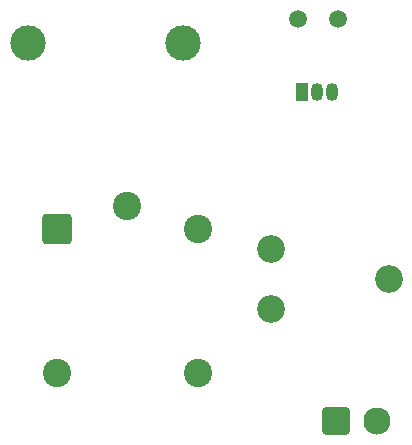
<source format=gbr>
%TF.GenerationSoftware,KiCad,Pcbnew,9.0.3*%
%TF.CreationDate,2025-07-19T00:48:33+05:30*%
%TF.ProjectId,Project_1,50726f6a-6563-4745-9f31-2e6b69636164,rev?*%
%TF.SameCoordinates,Original*%
%TF.FileFunction,Soldermask,Bot*%
%TF.FilePolarity,Negative*%
%FSLAX46Y46*%
G04 Gerber Fmt 4.6, Leading zero omitted, Abs format (unit mm)*
G04 Created by KiCad (PCBNEW 9.0.3) date 2025-07-19 00:48:33*
%MOMM*%
%LPD*%
G01*
G04 APERTURE LIST*
G04 Aperture macros list*
%AMRoundRect*
0 Rectangle with rounded corners*
0 $1 Rounding radius*
0 $2 $3 $4 $5 $6 $7 $8 $9 X,Y pos of 4 corners*
0 Add a 4 corners polygon primitive as box body*
4,1,4,$2,$3,$4,$5,$6,$7,$8,$9,$2,$3,0*
0 Add four circle primitives for the rounded corners*
1,1,$1+$1,$2,$3*
1,1,$1+$1,$4,$5*
1,1,$1+$1,$6,$7*
1,1,$1+$1,$8,$9*
0 Add four rect primitives between the rounded corners*
20,1,$1+$1,$2,$3,$4,$5,0*
20,1,$1+$1,$4,$5,$6,$7,0*
20,1,$1+$1,$6,$7,$8,$9,0*
20,1,$1+$1,$8,$9,$2,$3,0*%
G04 Aperture macros list end*
%ADD10C,2.340000*%
%ADD11C,1.500000*%
%ADD12R,1.050000X1.500000*%
%ADD13O,1.050000X1.500000*%
%ADD14C,2.400000*%
%ADD15RoundRect,0.250000X-1.000000X-1.000000X1.000000X-1.000000X1.000000X1.000000X-1.000000X1.000000X0*%
%ADD16RoundRect,0.250001X-0.899999X-0.899999X0.899999X-0.899999X0.899999X0.899999X-0.899999X0.899999X0*%
%ADD17C,2.300000*%
%ADD18C,3.000000*%
G04 APERTURE END LIST*
D10*
%TO.C,RV1*%
X133500000Y-82495000D03*
X143500000Y-79995000D03*
X133500000Y-77495000D03*
%TD*%
D11*
%TO.C,R1*%
X135800000Y-58000000D03*
X139200000Y-58000000D03*
%TD*%
D12*
%TO.C,Q1*%
X136130000Y-64130000D03*
D13*
X137400000Y-64130000D03*
X138670000Y-64130000D03*
%TD*%
D14*
%TO.C,K1*%
X121355000Y-73790000D03*
X127355000Y-87990000D03*
X115355000Y-87990000D03*
D15*
X115355000Y-75790000D03*
D14*
X127355000Y-75790000D03*
%TD*%
D16*
%TO.C,J1*%
X139000000Y-92000000D03*
D17*
X142500000Y-92000000D03*
%TD*%
D18*
%TO.C,BT1*%
X126100000Y-60000000D03*
X112900000Y-60000000D03*
%TD*%
M02*

</source>
